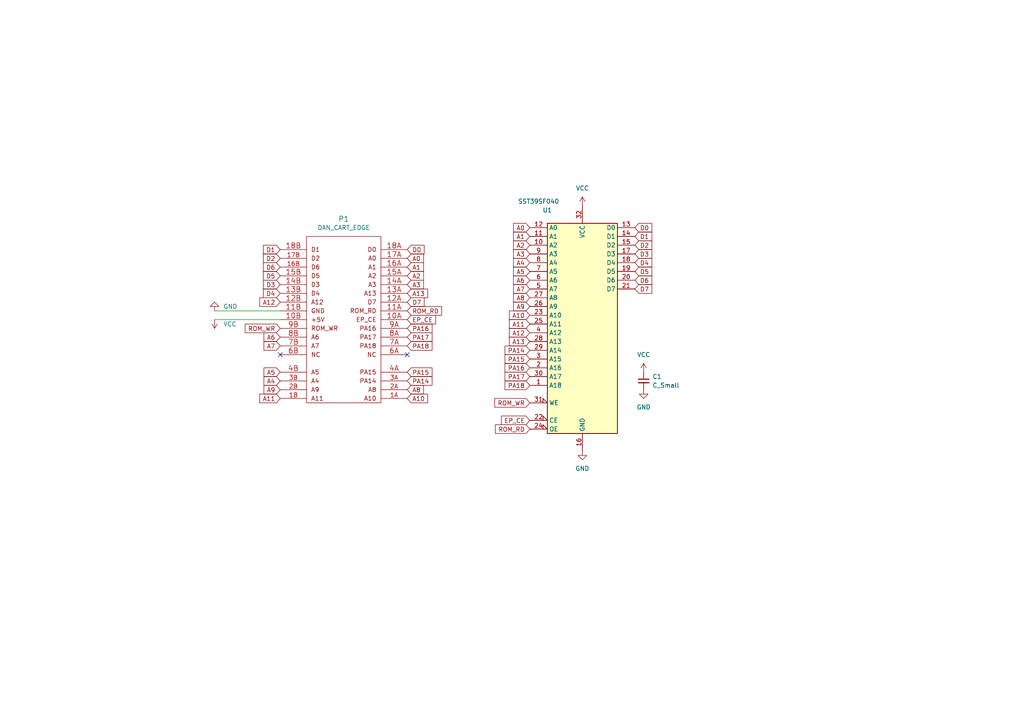
<source format=kicad_sch>
(kicad_sch (version 20211123) (generator eeschema)

  (uuid d7db02d8-6c3b-4da0-9d26-7c9203a670b3)

  (paper "A4")

  (title_block
    (title "DandaCart DIP")
    (date "2023-05-04")
    (rev "1.0")
    (company "Grzegorz Werner")
  )

  (lib_symbols
    (symbol "Common:DAN_CART_EDGE" (pin_names (offset 0.254) hide) (in_bom yes) (on_board yes)
      (property "Reference" "P" (id 0) (at -1.27 11.43 0)
        (effects (font (size 1.524 1.524)))
      )
      (property "Value" "DAN_CART_EDGE" (id 1) (at 7.62 -41.91 0)
        (effects (font (size 1.27 1.27)))
      )
      (property "Footprint" "" (id 2) (at -1.27 0 0)
        (effects (font (size 1.524 1.524)) hide)
      )
      (property "Datasheet" "" (id 3) (at -1.27 0 0)
        (effects (font (size 1.524 1.524)) hide)
      )
      (symbol "DAN_CART_EDGE_0_0"
        (text "+5V" (at -1.27 -15.24 0)
          (effects (font (size 1.27 1.27)) (justify left))
        )
        (text "A0" (at 17.78 2.54 0)
          (effects (font (size 1.27 1.27)) (justify right))
        )
        (text "A1" (at 17.78 0 0)
          (effects (font (size 1.27 1.27)) (justify right))
        )
        (text "A10" (at 17.78 -38.1 0)
          (effects (font (size 1.27 1.27)) (justify right))
        )
        (text "A11" (at -1.27 -38.1 0)
          (effects (font (size 1.27 1.27)) (justify left))
        )
        (text "A12" (at -1.27 -10.16 0)
          (effects (font (size 1.27 1.27)) (justify left))
        )
        (text "A13" (at 17.78 -7.62 0)
          (effects (font (size 1.27 1.27)) (justify right))
        )
        (text "A2" (at 17.78 -2.54 0)
          (effects (font (size 1.27 1.27)) (justify right))
        )
        (text "A3" (at 17.78 -5.08 0)
          (effects (font (size 1.27 1.27)) (justify right))
        )
        (text "A4" (at -1.27 -33.02 0)
          (effects (font (size 1.27 1.27)) (justify left))
        )
        (text "A5" (at -1.27 -30.48 0)
          (effects (font (size 1.27 1.27)) (justify left))
        )
        (text "A6" (at -1.27 -20.32 0)
          (effects (font (size 1.27 1.27)) (justify left))
        )
        (text "A7" (at -1.27 -22.86 0)
          (effects (font (size 1.27 1.27)) (justify left))
        )
        (text "A8" (at 17.78 -35.56 0)
          (effects (font (size 1.27 1.27)) (justify right))
        )
        (text "A9" (at -1.27 -35.56 0)
          (effects (font (size 1.27 1.27)) (justify left))
        )
        (text "D0" (at 17.78 5.08 0)
          (effects (font (size 1.27 1.27)) (justify right))
        )
        (text "D1" (at -1.27 5.08 0)
          (effects (font (size 1.27 1.27)) (justify left))
        )
        (text "D2" (at -1.27 2.54 0)
          (effects (font (size 1.27 1.27)) (justify left))
        )
        (text "D3" (at -1.27 -5.08 0)
          (effects (font (size 1.27 1.27)) (justify left))
        )
        (text "D4" (at -1.27 -7.62 0)
          (effects (font (size 1.27 1.27)) (justify left))
        )
        (text "D5" (at -1.27 -2.54 0)
          (effects (font (size 1.27 1.27)) (justify left))
        )
        (text "D6" (at -1.27 0 0)
          (effects (font (size 1.27 1.27)) (justify left))
        )
        (text "D7" (at 17.78 -10.16 0)
          (effects (font (size 1.27 1.27)) (justify right))
        )
        (text "EP_CE" (at 17.78 -15.24 0)
          (effects (font (size 1.27 1.27)) (justify right))
        )
        (text "GND" (at -1.27 -12.7 0)
          (effects (font (size 1.27 1.27)) (justify left))
        )
        (text "NC" (at -1.27 -25.4 0)
          (effects (font (size 1.27 1.27)) (justify left))
        )
        (text "NC" (at 17.78 -25.4 0)
          (effects (font (size 1.27 1.27)) (justify right))
        )
        (text "PA14" (at 17.78 -33.02 0)
          (effects (font (size 1.27 1.27)) (justify right))
        )
        (text "PA15" (at 17.78 -30.48 0)
          (effects (font (size 1.27 1.27)) (justify right))
        )
        (text "PA16" (at 17.78 -17.78 0)
          (effects (font (size 1.27 1.27)) (justify right))
        )
        (text "PA17" (at 17.78 -20.32 0)
          (effects (font (size 1.27 1.27)) (justify right))
        )
        (text "PA18" (at 17.78 -22.86 0)
          (effects (font (size 1.27 1.27)) (justify right))
        )
        (text "ROM_RD" (at 17.78 -12.7 0)
          (effects (font (size 1.27 1.27)) (justify right))
        )
        (text "ROM_WR" (at -1.27 -17.78 0)
          (effects (font (size 1.27 1.27)) (justify left))
        )
      )
      (symbol "DAN_CART_EDGE_0_1"
        (rectangle (start -2.54 8.89) (end 19.05 -39.37)
          (stroke (width 0) (type default) (color 0 0 0 0))
          (fill (type none))
        )
      )
      (symbol "DAN_CART_EDGE_1_1"
        (pin passive line (at 26.67 -15.24 180) (length 7.62)
          (name "OE#" (effects (font (size 0.762 0.762))))
          (number "10A" (effects (font (size 1.524 1.524))))
        )
        (pin passive line (at -10.16 -15.24 0) (length 7.62)
          (name "A3" (effects (font (size 0.762 0.762))))
          (number "10B" (effects (font (size 1.524 1.524))))
        )
        (pin passive line (at 26.67 -12.7 180) (length 7.62)
          (name "A11" (effects (font (size 0.762 0.762))))
          (number "11A" (effects (font (size 1.524 1.524))))
        )
        (pin passive line (at -10.16 -12.7 0) (length 7.62)
          (name "A4" (effects (font (size 0.762 0.762))))
          (number "11B" (effects (font (size 1.524 1.524))))
        )
        (pin passive line (at 26.67 -10.16 180) (length 7.62)
          (name "A9" (effects (font (size 0.762 0.762))))
          (number "12A" (effects (font (size 1.524 1.524))))
        )
        (pin passive line (at -10.16 -10.16 0) (length 7.62)
          (name "A5" (effects (font (size 0.762 0.762))))
          (number "12B" (effects (font (size 1.524 1.524))))
        )
        (pin passive line (at 26.67 -7.62 180) (length 7.62)
          (name "A8" (effects (font (size 0.762 0.762))))
          (number "13A" (effects (font (size 1.524 1.524))))
        )
        (pin passive line (at -10.16 -7.62 0) (length 7.62)
          (name "A6" (effects (font (size 0.762 0.762))))
          (number "13B" (effects (font (size 1.524 1.524))))
        )
        (pin passive line (at 26.67 -5.08 180) (length 7.62)
          (name "A13" (effects (font (size 0.762 0.762))))
          (number "14A" (effects (font (size 1.524 1.524))))
        )
        (pin passive line (at -10.16 -5.08 0) (length 7.62)
          (name "A7" (effects (font (size 0.762 0.762))))
          (number "14B" (effects (font (size 1.524 1.524))))
        )
        (pin passive line (at 26.67 -2.54 180) (length 7.62)
          (name "A14" (effects (font (size 0.762 0.762))))
          (number "15A" (effects (font (size 1.524 1.524))))
        )
        (pin passive line (at -10.16 -2.54 0) (length 7.62)
          (name "A12" (effects (font (size 0.762 0.762))))
          (number "15B" (effects (font (size 1.524 1.524))))
        )
        (pin passive line (at 26.67 0 180) (length 7.62)
          (name "A17" (effects (font (size 0.762 0.762))))
          (number "16A" (effects (font (size 1.524 1.524))))
        )
        (pin input line (at -10.16 0 0) (length 7.62)
          (name "A15" (effects (font (size 1.27 1.27))))
          (number "16B" (effects (font (size 1.27 1.27))))
        )
        (pin passive line (at 26.67 2.54 180) (length 7.62)
          (name "WE#" (effects (font (size 0.762 0.762))))
          (number "17A" (effects (font (size 1.524 1.524))))
        )
        (pin input line (at -10.16 2.54 0) (length 7.62)
          (name "A16" (effects (font (size 1.27 1.27))))
          (number "17B" (effects (font (size 1.27 1.27))))
        )
        (pin passive line (at 26.67 5.08 180) (length 7.62)
          (name "+5V" (effects (font (size 0.762 0.762))))
          (number "18A" (effects (font (size 1.524 1.524))))
        )
        (pin passive line (at -10.16 5.08 0) (length 7.62)
          (name "A18" (effects (font (size 0.762 0.762))))
          (number "18B" (effects (font (size 1.524 1.524))))
        )
        (pin input line (at 26.67 -38.1 180) (length 7.62)
          (name "DQ3" (effects (font (size 1.27 1.27))))
          (number "1A" (effects (font (size 1.27 1.27))))
        )
        (pin input line (at -10.16 -38.1 0) (length 7.62)
          (name "GND" (effects (font (size 1.27 1.27))))
          (number "1B" (effects (font (size 1.27 1.27))))
        )
        (pin input line (at 26.67 -35.56 180) (length 7.62)
          (name "DQ4" (effects (font (size 1.27 1.27))))
          (number "2A" (effects (font (size 1.27 1.27))))
        )
        (pin input line (at -10.16 -35.56 0) (length 7.62)
          (name "DQ2" (effects (font (size 1.27 1.27))))
          (number "2B" (effects (font (size 1.27 1.27))))
        )
        (pin input line (at 26.67 -33.02 180) (length 7.62)
          (name "DQ5" (effects (font (size 1.27 1.27))))
          (number "3A" (effects (font (size 1.27 1.27))))
        )
        (pin input line (at -10.16 -33.02 0) (length 7.62)
          (name "DQ1" (effects (font (size 1.27 1.27))))
          (number "3B" (effects (font (size 1.27 1.27))))
        )
        (pin passive line (at 26.67 -30.48 180) (length 7.62)
          (name "DQ6" (effects (font (size 0.762 0.762))))
          (number "4A" (effects (font (size 1.524 1.524))))
        )
        (pin passive line (at -10.16 -30.48 0) (length 7.62)
          (name "DQ0" (effects (font (size 0.762 0.762))))
          (number "4B" (effects (font (size 1.524 1.524))))
        )
        (pin passive line (at 26.67 -25.4 180) (length 7.62)
          (name "GND" (effects (font (size 0.762 0.762))))
          (number "6A" (effects (font (size 1.524 1.524))))
        )
        (pin passive line (at -10.16 -25.4 0) (length 7.62)
          (name "GND" (effects (font (size 0.762 0.762))))
          (number "6B" (effects (font (size 1.524 1.524))))
        )
        (pin passive line (at 26.67 -22.86 180) (length 7.62)
          (name "DQ7" (effects (font (size 0.762 0.762))))
          (number "7A" (effects (font (size 1.524 1.524))))
        )
        (pin passive line (at -10.16 -22.86 0) (length 7.62)
          (name "A0" (effects (font (size 0.762 0.762))))
          (number "7B" (effects (font (size 1.524 1.524))))
        )
        (pin passive line (at 26.67 -20.32 180) (length 7.62)
          (name "CE#" (effects (font (size 0.762 0.762))))
          (number "8A" (effects (font (size 1.524 1.524))))
        )
        (pin passive line (at -10.16 -20.32 0) (length 7.62)
          (name "A1" (effects (font (size 0.762 0.762))))
          (number "8B" (effects (font (size 1.524 1.524))))
        )
        (pin passive line (at 26.67 -17.78 180) (length 7.62)
          (name "A10" (effects (font (size 0.762 0.762))))
          (number "9A" (effects (font (size 1.524 1.524))))
        )
        (pin passive line (at -10.16 -17.78 0) (length 7.62)
          (name "A2" (effects (font (size 0.762 0.762))))
          (number "9B" (effects (font (size 1.524 1.524))))
        )
      )
    )
    (symbol "Device:C_Small" (pin_numbers hide) (pin_names (offset 0.254) hide) (in_bom yes) (on_board yes)
      (property "Reference" "C" (id 0) (at 0.254 1.778 0)
        (effects (font (size 1.27 1.27)) (justify left))
      )
      (property "Value" "C_Small" (id 1) (at 0.254 -2.032 0)
        (effects (font (size 1.27 1.27)) (justify left))
      )
      (property "Footprint" "" (id 2) (at 0 0 0)
        (effects (font (size 1.27 1.27)) hide)
      )
      (property "Datasheet" "~" (id 3) (at 0 0 0)
        (effects (font (size 1.27 1.27)) hide)
      )
      (property "ki_keywords" "capacitor cap" (id 4) (at 0 0 0)
        (effects (font (size 1.27 1.27)) hide)
      )
      (property "ki_description" "Unpolarized capacitor, small symbol" (id 5) (at 0 0 0)
        (effects (font (size 1.27 1.27)) hide)
      )
      (property "ki_fp_filters" "C_*" (id 6) (at 0 0 0)
        (effects (font (size 1.27 1.27)) hide)
      )
      (symbol "C_Small_0_1"
        (polyline
          (pts
            (xy -1.524 -0.508)
            (xy 1.524 -0.508)
          )
          (stroke (width 0.3302) (type default) (color 0 0 0 0))
          (fill (type none))
        )
        (polyline
          (pts
            (xy -1.524 0.508)
            (xy 1.524 0.508)
          )
          (stroke (width 0.3048) (type default) (color 0 0 0 0))
          (fill (type none))
        )
      )
      (symbol "C_Small_1_1"
        (pin passive line (at 0 2.54 270) (length 2.032)
          (name "~" (effects (font (size 1.27 1.27))))
          (number "1" (effects (font (size 1.27 1.27))))
        )
        (pin passive line (at 0 -2.54 90) (length 2.032)
          (name "~" (effects (font (size 1.27 1.27))))
          (number "2" (effects (font (size 1.27 1.27))))
        )
      )
    )
    (symbol "Memory_Flash:SST39SF040" (in_bom yes) (on_board yes)
      (property "Reference" "U1" (id 0) (at -5.08 38.1 0)
        (effects (font (size 1.27 1.27)))
      )
      (property "Value" "SST39SF040" (id 1) (at -5.08 40.64 0)
        (effects (font (size 1.27 1.27)))
      )
      (property "Footprint" "Package_DIP:DIP-32_W15.24mm_Socket_LongPads" (id 2) (at 0 7.62 0)
        (effects (font (size 1.27 1.27)) hide)
      )
      (property "Datasheet" "http://ww1.microchip.com/downloads/en/DeviceDoc/25022B.pdf" (id 3) (at 0 7.62 0)
        (effects (font (size 1.27 1.27)) hide)
      )
      (property "ki_keywords" "512k flash rom" (id 4) (at 0 0 0)
        (effects (font (size 1.27 1.27)) hide)
      )
      (property "ki_description" "Silicon Storage Technology (SSF) 512k x 8 Flash ROM" (id 5) (at 0 0 0)
        (effects (font (size 1.27 1.27)) hide)
      )
      (symbol "SST39SF040_0_1"
        (rectangle (start -10.16 31.75) (end 10.16 -29.21)
          (stroke (width 0.254) (type default) (color 0 0 0 0))
          (fill (type background))
        )
      )
      (symbol "SST39SF040_1_1"
        (pin input line (at -15.24 -15.24 0) (length 5.08)
          (name "A18" (effects (font (size 1.27 1.27))))
          (number "1" (effects (font (size 1.27 1.27))))
        )
        (pin input line (at -15.24 25.4 0) (length 5.08)
          (name "A2" (effects (font (size 1.27 1.27))))
          (number "10" (effects (font (size 1.27 1.27))))
        )
        (pin input line (at -15.24 27.94 0) (length 5.08)
          (name "A1" (effects (font (size 1.27 1.27))))
          (number "11" (effects (font (size 1.27 1.27))))
        )
        (pin input line (at -15.24 30.48 0) (length 5.08)
          (name "A0" (effects (font (size 1.27 1.27))))
          (number "12" (effects (font (size 1.27 1.27))))
        )
        (pin tri_state line (at 15.24 30.48 180) (length 5.08)
          (name "D0" (effects (font (size 1.27 1.27))))
          (number "13" (effects (font (size 1.27 1.27))))
        )
        (pin tri_state line (at 15.24 27.94 180) (length 5.08)
          (name "D1" (effects (font (size 1.27 1.27))))
          (number "14" (effects (font (size 1.27 1.27))))
        )
        (pin tri_state line (at 15.24 25.4 180) (length 5.08)
          (name "D2" (effects (font (size 1.27 1.27))))
          (number "15" (effects (font (size 1.27 1.27))))
        )
        (pin tri_state line (at 0 -34.29 90) (length 5.08)
          (name "GND" (effects (font (size 1.27 1.27))))
          (number "16" (effects (font (size 1.27 1.27))))
        )
        (pin tri_state line (at 15.24 22.86 180) (length 5.08)
          (name "D3" (effects (font (size 1.27 1.27))))
          (number "17" (effects (font (size 1.27 1.27))))
        )
        (pin tri_state line (at 15.24 20.32 180) (length 5.08)
          (name "D4" (effects (font (size 1.27 1.27))))
          (number "18" (effects (font (size 1.27 1.27))))
        )
        (pin tri_state line (at 15.24 17.78 180) (length 5.08)
          (name "D5" (effects (font (size 1.27 1.27))))
          (number "19" (effects (font (size 1.27 1.27))))
        )
        (pin input line (at -15.24 -10.16 0) (length 5.08)
          (name "A16" (effects (font (size 1.27 1.27))))
          (number "2" (effects (font (size 1.27 1.27))))
        )
        (pin tri_state line (at 15.24 15.24 180) (length 5.08)
          (name "D6" (effects (font (size 1.27 1.27))))
          (number "20" (effects (font (size 1.27 1.27))))
        )
        (pin tri_state line (at 15.24 12.7 180) (length 5.08)
          (name "D7" (effects (font (size 1.27 1.27))))
          (number "21" (effects (font (size 1.27 1.27))))
        )
        (pin input input_low (at -15.24 -25.4 0) (length 5.08)
          (name "CE" (effects (font (size 1.27 1.27))))
          (number "22" (effects (font (size 1.27 1.27))))
        )
        (pin input line (at -15.24 5.08 0) (length 5.08)
          (name "A10" (effects (font (size 1.27 1.27))))
          (number "23" (effects (font (size 1.27 1.27))))
        )
        (pin input input_low (at -15.24 -27.94 0) (length 5.08)
          (name "OE" (effects (font (size 1.27 1.27))))
          (number "24" (effects (font (size 1.27 1.27))))
        )
        (pin input line (at -15.24 2.54 0) (length 5.08)
          (name "A11" (effects (font (size 1.27 1.27))))
          (number "25" (effects (font (size 1.27 1.27))))
        )
        (pin input line (at -15.24 7.62 0) (length 5.08)
          (name "A9" (effects (font (size 1.27 1.27))))
          (number "26" (effects (font (size 1.27 1.27))))
        )
        (pin input line (at -15.24 10.16 0) (length 5.08)
          (name "A8" (effects (font (size 1.27 1.27))))
          (number "27" (effects (font (size 1.27 1.27))))
        )
        (pin input line (at -15.24 -2.54 0) (length 5.08)
          (name "A13" (effects (font (size 1.27 1.27))))
          (number "28" (effects (font (size 1.27 1.27))))
        )
        (pin input line (at -15.24 -5.08 0) (length 5.08)
          (name "A14" (effects (font (size 1.27 1.27))))
          (number "29" (effects (font (size 1.27 1.27))))
        )
        (pin input line (at -15.24 -7.62 0) (length 5.08)
          (name "A15" (effects (font (size 1.27 1.27))))
          (number "3" (effects (font (size 1.27 1.27))))
        )
        (pin input line (at -15.24 -12.7 0) (length 5.08)
          (name "A17" (effects (font (size 1.27 1.27))))
          (number "30" (effects (font (size 1.27 1.27))))
        )
        (pin input input_low (at -15.24 -20.32 0) (length 5.08)
          (name "WE" (effects (font (size 1.27 1.27))))
          (number "31" (effects (font (size 1.27 1.27))))
        )
        (pin tri_state line (at 0 36.83 270) (length 5.08)
          (name "VCC" (effects (font (size 1.27 1.27))))
          (number "32" (effects (font (size 1.27 1.27))))
        )
        (pin input line (at -15.24 0 0) (length 5.08)
          (name "A12" (effects (font (size 1.27 1.27))))
          (number "4" (effects (font (size 1.27 1.27))))
        )
        (pin input line (at -15.24 12.7 0) (length 5.08)
          (name "A7" (effects (font (size 1.27 1.27))))
          (number "5" (effects (font (size 1.27 1.27))))
        )
        (pin input line (at -15.24 15.24 0) (length 5.08)
          (name "A6" (effects (font (size 1.27 1.27))))
          (number "6" (effects (font (size 1.27 1.27))))
        )
        (pin input line (at -15.24 17.78 0) (length 5.08)
          (name "A5" (effects (font (size 1.27 1.27))))
          (number "7" (effects (font (size 1.27 1.27))))
        )
        (pin input line (at -15.24 20.32 0) (length 5.08)
          (name "A4" (effects (font (size 1.27 1.27))))
          (number "8" (effects (font (size 1.27 1.27))))
        )
        (pin input line (at -15.24 22.86 0) (length 5.08)
          (name "A3" (effects (font (size 1.27 1.27))))
          (number "9" (effects (font (size 1.27 1.27))))
        )
      )
    )
    (symbol "power:GND" (power) (pin_names (offset 0)) (in_bom yes) (on_board yes)
      (property "Reference" "#PWR" (id 0) (at 0 -6.35 0)
        (effects (font (size 1.27 1.27)) hide)
      )
      (property "Value" "GND" (id 1) (at 0 -3.81 0)
        (effects (font (size 1.27 1.27)))
      )
      (property "Footprint" "" (id 2) (at 0 0 0)
        (effects (font (size 1.27 1.27)) hide)
      )
      (property "Datasheet" "" (id 3) (at 0 0 0)
        (effects (font (size 1.27 1.27)) hide)
      )
      (property "ki_keywords" "global power" (id 4) (at 0 0 0)
        (effects (font (size 1.27 1.27)) hide)
      )
      (property "ki_description" "Power symbol creates a global label with name \"GND\" , ground" (id 5) (at 0 0 0)
        (effects (font (size 1.27 1.27)) hide)
      )
      (symbol "GND_0_1"
        (polyline
          (pts
            (xy 0 0)
            (xy 0 -1.27)
            (xy 1.27 -1.27)
            (xy 0 -2.54)
            (xy -1.27 -1.27)
            (xy 0 -1.27)
          )
          (stroke (width 0) (type default) (color 0 0 0 0))
          (fill (type none))
        )
      )
      (symbol "GND_1_1"
        (pin power_in line (at 0 0 270) (length 0) hide
          (name "GND" (effects (font (size 1.27 1.27))))
          (number "1" (effects (font (size 1.27 1.27))))
        )
      )
    )
    (symbol "power:VCC" (power) (pin_names (offset 0)) (in_bom yes) (on_board yes)
      (property "Reference" "#PWR" (id 0) (at 0 -3.81 0)
        (effects (font (size 1.27 1.27)) hide)
      )
      (property "Value" "VCC" (id 1) (at 0 3.81 0)
        (effects (font (size 1.27 1.27)))
      )
      (property "Footprint" "" (id 2) (at 0 0 0)
        (effects (font (size 1.27 1.27)) hide)
      )
      (property "Datasheet" "" (id 3) (at 0 0 0)
        (effects (font (size 1.27 1.27)) hide)
      )
      (property "ki_keywords" "global power" (id 4) (at 0 0 0)
        (effects (font (size 1.27 1.27)) hide)
      )
      (property "ki_description" "Power symbol creates a global label with name \"VCC\"" (id 5) (at 0 0 0)
        (effects (font (size 1.27 1.27)) hide)
      )
      (symbol "VCC_0_1"
        (polyline
          (pts
            (xy -0.762 1.27)
            (xy 0 2.54)
          )
          (stroke (width 0) (type default) (color 0 0 0 0))
          (fill (type none))
        )
        (polyline
          (pts
            (xy 0 0)
            (xy 0 2.54)
          )
          (stroke (width 0) (type default) (color 0 0 0 0))
          (fill (type none))
        )
        (polyline
          (pts
            (xy 0 2.54)
            (xy 0.762 1.27)
          )
          (stroke (width 0) (type default) (color 0 0 0 0))
          (fill (type none))
        )
      )
      (symbol "VCC_1_1"
        (pin power_in line (at 0 0 90) (length 0) hide
          (name "VCC" (effects (font (size 1.27 1.27))))
          (number "1" (effects (font (size 1.27 1.27))))
        )
      )
    )
  )


  (no_connect (at 118.11 102.87) (uuid 24ff5a10-f11a-4a2b-98d8-a31249091c75))
  (no_connect (at 81.28 102.87) (uuid 27edd8fd-8f92-4e26-bcd5-25a14b1b0677))

  (wire (pts (xy 62.23 90.17) (xy 81.28 90.17))
    (stroke (width 0) (type default) (color 0 0 0 0))
    (uuid a63b185f-c5cf-46df-a887-48e640027c44)
  )
  (wire (pts (xy 62.23 92.71) (xy 81.28 92.71))
    (stroke (width 0) (type default) (color 0 0 0 0))
    (uuid e182b279-96fc-4b4b-ae99-d1c87c9e4202)
  )

  (global_label "A12" (shape input) (at 81.28 87.63 180) (fields_autoplaced)
    (effects (font (size 1.27 1.27)) (justify right))
    (uuid 01355501-7345-4daa-a269-057823bb93fb)
    (property "Intersheet References" "${INTERSHEET_REFS}" (id 0) (at 76.5688 87.7094 0)
      (effects (font (size 1.27 1.27)) (justify right) hide)
    )
  )
  (global_label "A11" (shape input) (at 153.67 93.98 180) (fields_autoplaced)
    (effects (font (size 1.27 1.27)) (justify right))
    (uuid 0224a8fe-7e6a-4a81-8bd8-fc48b83113c9)
    (property "Intersheet References" "${INTERSHEET_REFS}" (id 0) (at 148.9588 93.9006 0)
      (effects (font (size 1.27 1.27)) (justify right) hide)
    )
  )
  (global_label "A12" (shape input) (at 153.67 96.52 180) (fields_autoplaced)
    (effects (font (size 1.27 1.27)) (justify right))
    (uuid 080473c8-d505-4c57-80b2-9b19cfb51085)
    (property "Intersheet References" "${INTERSHEET_REFS}" (id 0) (at 148.9588 96.4406 0)
      (effects (font (size 1.27 1.27)) (justify right) hide)
    )
  )
  (global_label "A7" (shape input) (at 81.28 100.33 180) (fields_autoplaced)
    (effects (font (size 1.27 1.27)) (justify right))
    (uuid 0f784f99-13fc-49e9-a093-0edc071079ba)
    (property "Intersheet References" "${INTERSHEET_REFS}" (id 0) (at 76.5688 100.4094 0)
      (effects (font (size 1.27 1.27)) (justify right) hide)
    )
  )
  (global_label "A9" (shape input) (at 153.67 88.9 180) (fields_autoplaced)
    (effects (font (size 1.27 1.27)) (justify right))
    (uuid 10f6e3b7-09e7-4da7-97e8-d4d9f67f1ca7)
    (property "Intersheet References" "${INTERSHEET_REFS}" (id 0) (at 148.9588 88.8206 0)
      (effects (font (size 1.27 1.27)) (justify right) hide)
    )
  )
  (global_label "PA16" (shape input) (at 153.67 106.68 180) (fields_autoplaced)
    (effects (font (size 1.27 1.27)) (justify right))
    (uuid 150febbb-9281-496c-8865-cecf2ea546b4)
    (property "Intersheet References" "${INTERSHEET_REFS}" (id 0) (at 146.4793 106.6006 0)
      (effects (font (size 1.27 1.27)) (justify right) hide)
    )
  )
  (global_label "D6" (shape input) (at 184.15 81.28 0) (fields_autoplaced)
    (effects (font (size 1.27 1.27)) (justify left))
    (uuid 2bdfe33a-a558-4b1a-aa92-f6e7ce9ee2e8)
    (property "Intersheet References" "${INTERSHEET_REFS}" (id 0) (at 189.0426 81.2006 0)
      (effects (font (size 1.27 1.27)) (justify left) hide)
    )
  )
  (global_label "D4" (shape input) (at 184.15 76.2 0) (fields_autoplaced)
    (effects (font (size 1.27 1.27)) (justify left))
    (uuid 2e181115-6e39-42ff-a948-03901a7521dd)
    (property "Intersheet References" "${INTERSHEET_REFS}" (id 0) (at 189.0426 76.1206 0)
      (effects (font (size 1.27 1.27)) (justify left) hide)
    )
  )
  (global_label "PA15" (shape input) (at 118.11 107.95 0) (fields_autoplaced)
    (effects (font (size 1.27 1.27)) (justify left))
    (uuid 2e5ec7df-5501-47f6-a9b0-21fc05147908)
    (property "Intersheet References" "${INTERSHEET_REFS}" (id 0) (at 125.3007 107.8706 0)
      (effects (font (size 1.27 1.27)) (justify left) hide)
    )
  )
  (global_label "A13" (shape input) (at 153.67 99.06 180) (fields_autoplaced)
    (effects (font (size 1.27 1.27)) (justify right))
    (uuid 34b7b649-e234-4499-89c8-762989813e1a)
    (property "Intersheet References" "${INTERSHEET_REFS}" (id 0) (at 148.9588 98.9806 0)
      (effects (font (size 1.27 1.27)) (justify right) hide)
    )
  )
  (global_label "D1" (shape input) (at 81.28 72.39 180) (fields_autoplaced)
    (effects (font (size 1.27 1.27)) (justify right))
    (uuid 42620447-8648-4d30-ab35-007f78a9499b)
    (property "Intersheet References" "${INTERSHEET_REFS}" (id 0) (at 76.3874 72.4694 0)
      (effects (font (size 1.27 1.27)) (justify right) hide)
    )
  )
  (global_label "A10" (shape input) (at 153.67 91.44 180) (fields_autoplaced)
    (effects (font (size 1.27 1.27)) (justify right))
    (uuid 44a5264e-ae6b-4449-a701-46bd134e9f74)
    (property "Intersheet References" "${INTERSHEET_REFS}" (id 0) (at 148.9588 91.3606 0)
      (effects (font (size 1.27 1.27)) (justify right) hide)
    )
  )
  (global_label "ROM_RD" (shape input) (at 153.67 124.46 180) (fields_autoplaced)
    (effects (font (size 1.27 1.27)) (justify right))
    (uuid 4793d8fe-a1d0-40d2-a0ed-d17f253e9f70)
    (property "Intersheet References" "${INTERSHEET_REFS}" (id 0) (at 143.6974 124.5394 0)
      (effects (font (size 1.27 1.27)) (justify right) hide)
    )
  )
  (global_label "D3" (shape input) (at 81.28 82.55 180) (fields_autoplaced)
    (effects (font (size 1.27 1.27)) (justify right))
    (uuid 4beccea3-581b-4061-9b08-7d50eca7ff23)
    (property "Intersheet References" "${INTERSHEET_REFS}" (id 0) (at 76.3874 82.6294 0)
      (effects (font (size 1.27 1.27)) (justify right) hide)
    )
  )
  (global_label "D2" (shape input) (at 184.15 71.12 0) (fields_autoplaced)
    (effects (font (size 1.27 1.27)) (justify left))
    (uuid 4f2faaa6-01bf-48e2-ad9d-8740c27b95c0)
    (property "Intersheet References" "${INTERSHEET_REFS}" (id 0) (at 189.0426 71.0406 0)
      (effects (font (size 1.27 1.27)) (justify left) hide)
    )
  )
  (global_label "PA16" (shape input) (at 118.11 95.25 0) (fields_autoplaced)
    (effects (font (size 1.27 1.27)) (justify left))
    (uuid 521859bb-b483-49f2-b424-83923cb63e4c)
    (property "Intersheet References" "${INTERSHEET_REFS}" (id 0) (at 125.3007 95.1706 0)
      (effects (font (size 1.27 1.27)) (justify left) hide)
    )
  )
  (global_label "D0" (shape input) (at 118.11 72.39 0) (fields_autoplaced)
    (effects (font (size 1.27 1.27)) (justify left))
    (uuid 52dea653-6c92-447d-acf0-4bdf17948ba8)
    (property "Intersheet References" "${INTERSHEET_REFS}" (id 0) (at 123.0026 72.3106 0)
      (effects (font (size 1.27 1.27)) (justify left) hide)
    )
  )
  (global_label "ROM_WR" (shape input) (at 153.67 116.84 180) (fields_autoplaced)
    (effects (font (size 1.27 1.27)) (justify right))
    (uuid 56114583-9263-4929-ae78-0f3d74f706c3)
    (property "Intersheet References" "${INTERSHEET_REFS}" (id 0) (at 143.5159 116.7606 0)
      (effects (font (size 1.27 1.27)) (justify right) hide)
    )
  )
  (global_label "A5" (shape input) (at 81.28 107.95 180) (fields_autoplaced)
    (effects (font (size 1.27 1.27)) (justify right))
    (uuid 58458fff-b587-4591-92e5-0bd5486e5c3b)
    (property "Intersheet References" "${INTERSHEET_REFS}" (id 0) (at 76.5688 108.0294 0)
      (effects (font (size 1.27 1.27)) (justify right) hide)
    )
  )
  (global_label "ROM_RD" (shape input) (at 118.11 90.17 0) (fields_autoplaced)
    (effects (font (size 1.27 1.27)) (justify left))
    (uuid 58ecaf7e-d713-4f55-99ee-f8832a00f436)
    (property "Intersheet References" "${INTERSHEET_REFS}" (id 0) (at 128.0826 90.0906 0)
      (effects (font (size 1.27 1.27)) (justify left) hide)
    )
  )
  (global_label "D5" (shape input) (at 184.15 78.74 0) (fields_autoplaced)
    (effects (font (size 1.27 1.27)) (justify left))
    (uuid 59c799bb-25ea-4b43-b6d2-255057e830ef)
    (property "Intersheet References" "${INTERSHEET_REFS}" (id 0) (at 189.0426 78.6606 0)
      (effects (font (size 1.27 1.27)) (justify left) hide)
    )
  )
  (global_label "PA17" (shape input) (at 118.11 97.79 0) (fields_autoplaced)
    (effects (font (size 1.27 1.27)) (justify left))
    (uuid 5fdee089-e133-4345-9427-eac224ac7767)
    (property "Intersheet References" "${INTERSHEET_REFS}" (id 0) (at 125.3007 97.7106 0)
      (effects (font (size 1.27 1.27)) (justify left) hide)
    )
  )
  (global_label "A11" (shape input) (at 81.28 115.57 180) (fields_autoplaced)
    (effects (font (size 1.27 1.27)) (justify right))
    (uuid 60ad4610-a443-4ade-bed9-05c93448b552)
    (property "Intersheet References" "${INTERSHEET_REFS}" (id 0) (at 76.5688 115.6494 0)
      (effects (font (size 1.27 1.27)) (justify right) hide)
    )
  )
  (global_label "A10" (shape input) (at 118.11 115.57 0) (fields_autoplaced)
    (effects (font (size 1.27 1.27)) (justify left))
    (uuid 650b5742-f39c-470e-8ce6-8b65c9e45167)
    (property "Intersheet References" "${INTERSHEET_REFS}" (id 0) (at 122.8212 115.4906 0)
      (effects (font (size 1.27 1.27)) (justify left) hide)
    )
  )
  (global_label "D7" (shape input) (at 184.15 83.82 0) (fields_autoplaced)
    (effects (font (size 1.27 1.27)) (justify left))
    (uuid 6bc39348-f163-4953-bc0c-d18ca11e3183)
    (property "Intersheet References" "${INTERSHEET_REFS}" (id 0) (at 189.0426 83.7406 0)
      (effects (font (size 1.27 1.27)) (justify left) hide)
    )
  )
  (global_label "A3" (shape input) (at 118.11 82.55 0) (fields_autoplaced)
    (effects (font (size 1.27 1.27)) (justify left))
    (uuid 6c5a5793-954b-4282-b257-006925fc8e10)
    (property "Intersheet References" "${INTERSHEET_REFS}" (id 0) (at 122.8212 82.4706 0)
      (effects (font (size 1.27 1.27)) (justify left) hide)
    )
  )
  (global_label "A2" (shape input) (at 118.11 80.01 0) (fields_autoplaced)
    (effects (font (size 1.27 1.27)) (justify left))
    (uuid 7bdeec24-4fd0-4e93-8005-8397da82d71a)
    (property "Intersheet References" "${INTERSHEET_REFS}" (id 0) (at 122.8212 79.9306 0)
      (effects (font (size 1.27 1.27)) (justify left) hide)
    )
  )
  (global_label "PA17" (shape input) (at 153.67 109.22 180) (fields_autoplaced)
    (effects (font (size 1.27 1.27)) (justify right))
    (uuid 7e7c09c0-9575-4bb3-ada3-d0292b9902f4)
    (property "Intersheet References" "${INTERSHEET_REFS}" (id 0) (at 146.4793 109.1406 0)
      (effects (font (size 1.27 1.27)) (justify right) hide)
    )
  )
  (global_label "A2" (shape input) (at 153.67 71.12 180) (fields_autoplaced)
    (effects (font (size 1.27 1.27)) (justify right))
    (uuid 7ebebe71-e094-4fe5-a594-9b8159dffd3c)
    (property "Intersheet References" "${INTERSHEET_REFS}" (id 0) (at 148.9588 71.0406 0)
      (effects (font (size 1.27 1.27)) (justify right) hide)
    )
  )
  (global_label "A1" (shape input) (at 153.67 68.58 180) (fields_autoplaced)
    (effects (font (size 1.27 1.27)) (justify right))
    (uuid 8006e1de-ae9b-4fe9-b632-a0ca418cf6c5)
    (property "Intersheet References" "${INTERSHEET_REFS}" (id 0) (at 148.9588 68.5006 0)
      (effects (font (size 1.27 1.27)) (justify right) hide)
    )
  )
  (global_label "PA18" (shape input) (at 118.11 100.33 0) (fields_autoplaced)
    (effects (font (size 1.27 1.27)) (justify left))
    (uuid 862cc7b5-6ca2-493e-bcf2-0ecc73065bd0)
    (property "Intersheet References" "${INTERSHEET_REFS}" (id 0) (at 125.3007 100.2506 0)
      (effects (font (size 1.27 1.27)) (justify left) hide)
    )
  )
  (global_label "A9" (shape input) (at 81.28 113.03 180) (fields_autoplaced)
    (effects (font (size 1.27 1.27)) (justify right))
    (uuid 8a86f177-7848-47c6-8ced-c838dae1a597)
    (property "Intersheet References" "${INTERSHEET_REFS}" (id 0) (at 76.5688 113.1094 0)
      (effects (font (size 1.27 1.27)) (justify right) hide)
    )
  )
  (global_label "A5" (shape input) (at 153.67 78.74 180) (fields_autoplaced)
    (effects (font (size 1.27 1.27)) (justify right))
    (uuid 8bf06e1e-3195-4479-9604-76c442477d17)
    (property "Intersheet References" "${INTERSHEET_REFS}" (id 0) (at 148.9588 78.6606 0)
      (effects (font (size 1.27 1.27)) (justify right) hide)
    )
  )
  (global_label "EP_CE" (shape input) (at 153.67 121.92 180) (fields_autoplaced)
    (effects (font (size 1.27 1.27)) (justify right))
    (uuid 8e09842f-3d0f-46d9-82bf-f391e5275e77)
    (property "Intersheet References" "${INTERSHEET_REFS}" (id 0) (at 145.4512 121.9994 0)
      (effects (font (size 1.27 1.27)) (justify right) hide)
    )
  )
  (global_label "D3" (shape input) (at 184.15 73.66 0) (fields_autoplaced)
    (effects (font (size 1.27 1.27)) (justify left))
    (uuid 93ed700e-f6ed-4172-9a5c-ebcd1c6c8e8e)
    (property "Intersheet References" "${INTERSHEET_REFS}" (id 0) (at 189.0426 73.5806 0)
      (effects (font (size 1.27 1.27)) (justify left) hide)
    )
  )
  (global_label "A13" (shape input) (at 118.11 85.09 0) (fields_autoplaced)
    (effects (font (size 1.27 1.27)) (justify left))
    (uuid a66635aa-f2be-4d3b-8806-dafa401180a0)
    (property "Intersheet References" "${INTERSHEET_REFS}" (id 0) (at 122.8212 85.0106 0)
      (effects (font (size 1.27 1.27)) (justify left) hide)
    )
  )
  (global_label "D6" (shape input) (at 81.28 77.47 180) (fields_autoplaced)
    (effects (font (size 1.27 1.27)) (justify right))
    (uuid a84c11da-a5c9-4184-9fe7-876222e92782)
    (property "Intersheet References" "${INTERSHEET_REFS}" (id 0) (at 76.3874 77.5494 0)
      (effects (font (size 1.27 1.27)) (justify right) hide)
    )
  )
  (global_label "A6" (shape input) (at 81.28 97.79 180) (fields_autoplaced)
    (effects (font (size 1.27 1.27)) (justify right))
    (uuid abea66f8-22a0-4a2e-a5f5-9f867e42cca6)
    (property "Intersheet References" "${INTERSHEET_REFS}" (id 0) (at 76.5688 97.8694 0)
      (effects (font (size 1.27 1.27)) (justify right) hide)
    )
  )
  (global_label "ROM_WR" (shape input) (at 81.28 95.25 180) (fields_autoplaced)
    (effects (font (size 1.27 1.27)) (justify right))
    (uuid b1170791-1181-4daa-abf9-7e782b8d4588)
    (property "Intersheet References" "${INTERSHEET_REFS}" (id 0) (at 71.1259 95.1706 0)
      (effects (font (size 1.27 1.27)) (justify right) hide)
    )
  )
  (global_label "A8" (shape input) (at 118.11 113.03 0) (fields_autoplaced)
    (effects (font (size 1.27 1.27)) (justify left))
    (uuid b1fb4b76-26b0-4eb7-8040-27c35ce67a8b)
    (property "Intersheet References" "${INTERSHEET_REFS}" (id 0) (at 122.8212 112.9506 0)
      (effects (font (size 1.27 1.27)) (justify left) hide)
    )
  )
  (global_label "D2" (shape input) (at 81.28 74.93 180) (fields_autoplaced)
    (effects (font (size 1.27 1.27)) (justify right))
    (uuid b8c618ca-6faa-4bb8-a3d1-e607394de659)
    (property "Intersheet References" "${INTERSHEET_REFS}" (id 0) (at 76.3874 75.0094 0)
      (effects (font (size 1.27 1.27)) (justify right) hide)
    )
  )
  (global_label "D4" (shape input) (at 81.28 85.09 180) (fields_autoplaced)
    (effects (font (size 1.27 1.27)) (justify right))
    (uuid bb1eb095-ad80-45b5-9c5e-3fc0d6d9a9a5)
    (property "Intersheet References" "${INTERSHEET_REFS}" (id 0) (at 76.3874 85.1694 0)
      (effects (font (size 1.27 1.27)) (justify right) hide)
    )
  )
  (global_label "PA15" (shape input) (at 153.67 104.14 180) (fields_autoplaced)
    (effects (font (size 1.27 1.27)) (justify right))
    (uuid bb3ce575-1178-41ce-9caa-374603c74d40)
    (property "Intersheet References" "${INTERSHEET_REFS}" (id 0) (at 146.4793 104.0606 0)
      (effects (font (size 1.27 1.27)) (justify right) hide)
    )
  )
  (global_label "A0" (shape input) (at 118.11 74.93 0) (fields_autoplaced)
    (effects (font (size 1.27 1.27)) (justify left))
    (uuid c071c21d-deb8-4a8d-a8f5-4c25724d1eb2)
    (property "Intersheet References" "${INTERSHEET_REFS}" (id 0) (at 122.8212 74.8506 0)
      (effects (font (size 1.27 1.27)) (justify left) hide)
    )
  )
  (global_label "A4" (shape input) (at 81.28 110.49 180) (fields_autoplaced)
    (effects (font (size 1.27 1.27)) (justify right))
    (uuid c8ca8ee5-5904-4a86-8e59-1cf04acc167e)
    (property "Intersheet References" "${INTERSHEET_REFS}" (id 0) (at 76.5688 110.5694 0)
      (effects (font (size 1.27 1.27)) (justify right) hide)
    )
  )
  (global_label "A4" (shape input) (at 153.67 76.2 180) (fields_autoplaced)
    (effects (font (size 1.27 1.27)) (justify right))
    (uuid ce01e627-f1fa-4f91-adf9-30d2898679c7)
    (property "Intersheet References" "${INTERSHEET_REFS}" (id 0) (at 148.9588 76.1206 0)
      (effects (font (size 1.27 1.27)) (justify right) hide)
    )
  )
  (global_label "PA14" (shape input) (at 118.11 110.49 0) (fields_autoplaced)
    (effects (font (size 1.27 1.27)) (justify left))
    (uuid d2ae0cbc-a15f-4326-9d6b-ecc5986cbb3f)
    (property "Intersheet References" "${INTERSHEET_REFS}" (id 0) (at 125.3007 110.4106 0)
      (effects (font (size 1.27 1.27)) (justify left) hide)
    )
  )
  (global_label "A6" (shape input) (at 153.67 81.28 180) (fields_autoplaced)
    (effects (font (size 1.27 1.27)) (justify right))
    (uuid d4a5815e-cef3-4e76-aa57-90cc89282258)
    (property "Intersheet References" "${INTERSHEET_REFS}" (id 0) (at 148.9588 81.2006 0)
      (effects (font (size 1.27 1.27)) (justify right) hide)
    )
  )
  (global_label "D7" (shape input) (at 118.11 87.63 0) (fields_autoplaced)
    (effects (font (size 1.27 1.27)) (justify left))
    (uuid d85a41d2-1e8c-48e4-b7d6-1b411f29f97c)
    (property "Intersheet References" "${INTERSHEET_REFS}" (id 0) (at 123.0026 87.5506 0)
      (effects (font (size 1.27 1.27)) (justify left) hide)
    )
  )
  (global_label "A3" (shape input) (at 153.67 73.66 180) (fields_autoplaced)
    (effects (font (size 1.27 1.27)) (justify right))
    (uuid dac35756-5873-433f-9207-6dc0cc0ed123)
    (property "Intersheet References" "${INTERSHEET_REFS}" (id 0) (at 148.9588 73.5806 0)
      (effects (font (size 1.27 1.27)) (justify right) hide)
    )
  )
  (global_label "A7" (shape input) (at 153.67 83.82 180) (fields_autoplaced)
    (effects (font (size 1.27 1.27)) (justify right))
    (uuid dbf9a6f3-0fff-458b-b6e7-c5e064ed3ecc)
    (property "Intersheet References" "${INTERSHEET_REFS}" (id 0) (at 148.9588 83.7406 0)
      (effects (font (size 1.27 1.27)) (justify right) hide)
    )
  )
  (global_label "D1" (shape input) (at 184.15 68.58 0) (fields_autoplaced)
    (effects (font (size 1.27 1.27)) (justify left))
    (uuid dc98e64f-e9e3-4b17-9570-af9d4ca23f86)
    (property "Intersheet References" "${INTERSHEET_REFS}" (id 0) (at 189.0426 68.5006 0)
      (effects (font (size 1.27 1.27)) (justify left) hide)
    )
  )
  (global_label "A0" (shape input) (at 153.67 66.04 180) (fields_autoplaced)
    (effects (font (size 1.27 1.27)) (justify right))
    (uuid df4c3991-8ce1-4855-bd1e-e9ab2b7c4a88)
    (property "Intersheet References" "${INTERSHEET_REFS}" (id 0) (at 148.9588 65.9606 0)
      (effects (font (size 1.27 1.27)) (justify right) hide)
    )
  )
  (global_label "A1" (shape input) (at 118.11 77.47 0) (fields_autoplaced)
    (effects (font (size 1.27 1.27)) (justify left))
    (uuid e84e5a92-b07e-49bc-8070-cc27326f48bc)
    (property "Intersheet References" "${INTERSHEET_REFS}" (id 0) (at 122.8212 77.3906 0)
      (effects (font (size 1.27 1.27)) (justify left) hide)
    )
  )
  (global_label "EP_CE" (shape input) (at 118.11 92.71 0) (fields_autoplaced)
    (effects (font (size 1.27 1.27)) (justify left))
    (uuid eabbde91-fc45-4254-9982-43d816a88351)
    (property "Intersheet References" "${INTERSHEET_REFS}" (id 0) (at 126.3288 92.6306 0)
      (effects (font (size 1.27 1.27)) (justify left) hide)
    )
  )
  (global_label "D0" (shape input) (at 184.15 66.04 0) (fields_autoplaced)
    (effects (font (size 1.27 1.27)) (justify left))
    (uuid f60ba080-dc22-4ab3-b4d5-9f25d8095a95)
    (property "Intersheet References" "${INTERSHEET_REFS}" (id 0) (at 189.0426 65.9606 0)
      (effects (font (size 1.27 1.27)) (justify left) hide)
    )
  )
  (global_label "D5" (shape input) (at 81.28 80.01 180) (fields_autoplaced)
    (effects (font (size 1.27 1.27)) (justify right))
    (uuid f9efb56e-8189-49e9-90c9-802a47bb92c7)
    (property "Intersheet References" "${INTERSHEET_REFS}" (id 0) (at 76.3874 80.0894 0)
      (effects (font (size 1.27 1.27)) (justify right) hide)
    )
  )
  (global_label "PA14" (shape input) (at 153.67 101.6 180) (fields_autoplaced)
    (effects (font (size 1.27 1.27)) (justify right))
    (uuid fb78560b-0d4f-407b-a936-70d614188f97)
    (property "Intersheet References" "${INTERSHEET_REFS}" (id 0) (at 146.4793 101.5206 0)
      (effects (font (size 1.27 1.27)) (justify right) hide)
    )
  )
  (global_label "PA18" (shape input) (at 153.67 111.76 180) (fields_autoplaced)
    (effects (font (size 1.27 1.27)) (justify right))
    (uuid fd2435e8-a443-45e7-8e7a-41a48866253c)
    (property "Intersheet References" "${INTERSHEET_REFS}" (id 0) (at 146.4793 111.6806 0)
      (effects (font (size 1.27 1.27)) (justify right) hide)
    )
  )
  (global_label "A8" (shape input) (at 153.67 86.36 180) (fields_autoplaced)
    (effects (font (size 1.27 1.27)) (justify right))
    (uuid fdfd7ac0-bbe2-48eb-99f8-91feb1e98fed)
    (property "Intersheet References" "${INTERSHEET_REFS}" (id 0) (at 148.9588 86.2806 0)
      (effects (font (size 1.27 1.27)) (justify right) hide)
    )
  )

  (symbol (lib_id "power:GND") (at 168.91 130.81 0) (unit 1)
    (in_bom yes) (on_board yes) (fields_autoplaced)
    (uuid 06aa7ac5-b9c8-4218-97d7-34bb202a2ab7)
    (property "Reference" "#PWR0104" (id 0) (at 168.91 137.16 0)
      (effects (font (size 1.27 1.27)) hide)
    )
    (property "Value" "GND" (id 1) (at 168.91 135.89 0))
    (property "Footprint" "" (id 2) (at 168.91 130.81 0)
      (effects (font (size 1.27 1.27)) hide)
    )
    (property "Datasheet" "" (id 3) (at 168.91 130.81 0)
      (effects (font (size 1.27 1.27)) hide)
    )
    (pin "1" (uuid cf4f9e66-b809-455e-b843-95e07dedf1fb))
  )

  (symbol (lib_id "power:GND") (at 62.23 90.17 180) (unit 1)
    (in_bom yes) (on_board yes) (fields_autoplaced)
    (uuid 39022ebd-cbed-4cff-b883-02aef3464a5a)
    (property "Reference" "#PWR0102" (id 0) (at 62.23 83.82 0)
      (effects (font (size 1.27 1.27)) hide)
    )
    (property "Value" "GND" (id 1) (at 64.77 88.8999 0)
      (effects (font (size 1.27 1.27)) (justify right))
    )
    (property "Footprint" "" (id 2) (at 62.23 90.17 0)
      (effects (font (size 1.27 1.27)) hide)
    )
    (property "Datasheet" "" (id 3) (at 62.23 90.17 0)
      (effects (font (size 1.27 1.27)) hide)
    )
    (pin "1" (uuid da4e5bb7-143a-4928-a37c-6a2428c2d779))
  )

  (symbol (lib_id "Device:C_Small") (at 186.69 110.49 0) (unit 1)
    (in_bom yes) (on_board yes) (fields_autoplaced)
    (uuid 4e7de98d-b0b2-4b42-8970-21880c12dcc8)
    (property "Reference" "C1" (id 0) (at 189.23 109.2262 0)
      (effects (font (size 1.27 1.27)) (justify left))
    )
    (property "Value" "C_Small" (id 1) (at 189.23 111.7662 0)
      (effects (font (size 1.27 1.27)) (justify left))
    )
    (property "Footprint" "Capacitor_THT:C_Disc_D3.8mm_W2.6mm_P2.50mm" (id 2) (at 186.69 110.49 0)
      (effects (font (size 1.27 1.27)) hide)
    )
    (property "Datasheet" "~" (id 3) (at 186.69 110.49 0)
      (effects (font (size 1.27 1.27)) hide)
    )
    (pin "1" (uuid 3b2d092f-5149-4519-a6f3-c3f1c3f71bba))
    (pin "2" (uuid 53acf84a-ff13-4301-bb38-baec18794437))
  )

  (symbol (lib_id "power:GND") (at 186.69 113.03 0) (unit 1)
    (in_bom yes) (on_board yes) (fields_autoplaced)
    (uuid 8f6e5bda-ddee-4a2d-a62c-ac182cdc8867)
    (property "Reference" "#PWR0106" (id 0) (at 186.69 119.38 0)
      (effects (font (size 1.27 1.27)) hide)
    )
    (property "Value" "GND" (id 1) (at 186.69 118.11 0))
    (property "Footprint" "" (id 2) (at 186.69 113.03 0)
      (effects (font (size 1.27 1.27)) hide)
    )
    (property "Datasheet" "" (id 3) (at 186.69 113.03 0)
      (effects (font (size 1.27 1.27)) hide)
    )
    (pin "1" (uuid 6b3dfb8c-cb7b-4c9f-86fc-b14b3646b6d9))
  )

  (symbol (lib_id "power:VCC") (at 168.91 59.69 0) (unit 1)
    (in_bom yes) (on_board yes) (fields_autoplaced)
    (uuid b49dd67c-e307-4d97-ac2e-268fca97db94)
    (property "Reference" "#PWR0103" (id 0) (at 168.91 63.5 0)
      (effects (font (size 1.27 1.27)) hide)
    )
    (property "Value" "VCC" (id 1) (at 168.91 54.61 0))
    (property "Footprint" "" (id 2) (at 168.91 59.69 0)
      (effects (font (size 1.27 1.27)) hide)
    )
    (property "Datasheet" "" (id 3) (at 168.91 59.69 0)
      (effects (font (size 1.27 1.27)) hide)
    )
    (pin "1" (uuid 9fdb8bc2-673d-483c-a81f-7e02049ac383))
  )

  (symbol (lib_id "power:VCC") (at 186.69 107.95 0) (unit 1)
    (in_bom yes) (on_board yes) (fields_autoplaced)
    (uuid db3249de-ad3e-4a97-8cd9-46bf4f2a61fa)
    (property "Reference" "#PWR0105" (id 0) (at 186.69 111.76 0)
      (effects (font (size 1.27 1.27)) hide)
    )
    (property "Value" "VCC" (id 1) (at 186.69 102.87 0))
    (property "Footprint" "" (id 2) (at 186.69 107.95 0)
      (effects (font (size 1.27 1.27)) hide)
    )
    (property "Datasheet" "" (id 3) (at 186.69 107.95 0)
      (effects (font (size 1.27 1.27)) hide)
    )
    (pin "1" (uuid b994c76e-f7c4-46cc-9b1f-b14d0d9828eb))
  )

  (symbol (lib_id "Memory_Flash:SST39SF040") (at 168.91 96.52 0) (unit 1)
    (in_bom yes) (on_board yes)
    (uuid e237e067-9e4e-47e5-a233-a847033c2dda)
    (property "Reference" "U1" (id 0) (at 158.75 60.96 0))
    (property "Value" "SST39SF040" (id 1) (at 156.21 58.42 0))
    (property "Footprint" "Package_DIP:DIP-32_W15.24mm_Socket_LongPads" (id 2) (at 168.91 88.9 0)
      (effects (font (size 1.27 1.27)) hide)
    )
    (property "Datasheet" "http://ww1.microchip.com/downloads/en/DeviceDoc/25022B.pdf" (id 3) (at 168.91 88.9 0)
      (effects (font (size 1.27 1.27)) hide)
    )
    (pin "1" (uuid 41b1aa6e-c248-496d-81c0-1c2b780073de))
    (pin "10" (uuid 020d6e9b-b0ed-4e76-ad22-b5ba6794cd67))
    (pin "11" (uuid 66eb9ded-f7f9-4749-be84-93551c9245e2))
    (pin "12" (uuid bb4b9110-de9e-481d-96b3-24e361c2e152))
    (pin "13" (uuid e949da50-0f94-420b-9c3b-1c08ded420ea))
    (pin "14" (uuid ae01c12e-63ef-4ca6-b0be-c078255efae4))
    (pin "15" (uuid b230176f-c00b-4fa9-b9b9-8112f180544a))
    (pin "16" (uuid aa9f8c75-ecf6-46a4-9459-510d08a4c9da))
    (pin "17" (uuid 6d1498e3-5e80-4346-b86e-6a609181ca7d))
    (pin "18" (uuid 46c4b88b-41f5-48a3-a03c-5eab77832456))
    (pin "19" (uuid ee5f7461-af89-4e6b-be9b-5e06ca4888d6))
    (pin "2" (uuid 6017adca-9f65-4b25-ad3b-b8546e333d9e))
    (pin "20" (uuid 0305a41b-8fcc-4626-97ac-8d360a411067))
    (pin "21" (uuid 9c3eb5d3-d21a-4e63-9b9e-297ac87f1071))
    (pin "22" (uuid 4e374257-956b-426d-a28f-a4621f270c32))
    (pin "23" (uuid b9cd90db-92a3-496f-8c8d-33a4cdbff875))
    (pin "24" (uuid aaddf788-f806-4c11-833a-68905544ea9f))
    (pin "25" (uuid 7bab5616-d116-467a-bb1b-d36279c71816))
    (pin "26" (uuid db0f17b4-829b-49cc-8435-cfc0ba2eb2ea))
    (pin "27" (uuid 85645611-16eb-4b6b-8a5a-50677bdd3963))
    (pin "28" (uuid 0b17c0fd-4ba6-48a5-b7b6-1475065cdd2f))
    (pin "29" (uuid 81c8e6e5-fa7d-4b7c-9a88-7776360f62d1))
    (pin "3" (uuid b2e01b55-3abb-4351-bf1f-8c100d46744b))
    (pin "30" (uuid 486045e0-ff19-42b3-86da-c5787da3af93))
    (pin "31" (uuid 11de1d4d-fafa-4376-8acf-5b7b5aba0c31))
    (pin "32" (uuid 17f42a90-0afa-4be5-a370-83841ea9def2))
    (pin "4" (uuid 005f860e-e092-4849-9467-f42f69c592f3))
    (pin "5" (uuid 1778606a-3584-4fb4-adc2-43e75c194187))
    (pin "6" (uuid 80b90389-c001-4183-92a8-f16d5edc857c))
    (pin "7" (uuid 304dac68-cfa4-4dea-8eaf-38b486c13ecf))
    (pin "8" (uuid d6392703-588b-487d-a6e2-140052480651))
    (pin "9" (uuid 91a3bed3-7ec8-4cd5-a8da-87d695992761))
  )

  (symbol (lib_id "Common:DAN_CART_EDGE") (at 91.44 77.47 0) (unit 1)
    (in_bom yes) (on_board yes) (fields_autoplaced)
    (uuid e5f23983-8e40-4c9a-a09a-94df37f35f4f)
    (property "Reference" "P1" (id 0) (at 99.695 63.5 0)
      (effects (font (size 1.524 1.524)))
    )
    (property "Value" "DAN_CART_EDGE" (id 1) (at 99.695 66.04 0))
    (property "Footprint" "Common:DAN_CART_BUS" (id 2) (at 90.17 77.47 0)
      (effects (font (size 1.524 1.524)) hide)
    )
    (property "Datasheet" "" (id 3) (at 90.17 77.47 0)
      (effects (font (size 1.524 1.524)) hide)
    )
    (pin "10A" (uuid 14b02bae-dbcd-4fc7-baa7-726cd1d7ae89))
    (pin "10B" (uuid 835618e9-c396-4520-a1d8-1ddff50b5c87))
    (pin "11A" (uuid e859a46a-554d-4f11-85a9-297b40ffa50b))
    (pin "11B" (uuid 2210116d-7702-4acc-8165-0596905ff7cf))
    (pin "12A" (uuid dc06eefd-874d-49a3-899a-4ed822315f28))
    (pin "12B" (uuid 8203242f-0d7b-4eed-92d2-d040a15894a2))
    (pin "13A" (uuid b5fd1ffb-4e67-49f2-8abe-c24f06700a99))
    (pin "13B" (uuid 438d55ea-4cf6-4970-9e9b-3900d5d0c2ea))
    (pin "14A" (uuid bdd6114b-d306-4318-abd5-d67c25fb1bdb))
    (pin "14B" (uuid a8e96eed-1022-493d-b150-2ff7d690b846))
    (pin "15A" (uuid 3909abf0-7d19-42c0-ac60-b322a5f9189f))
    (pin "15B" (uuid 1109ad65-e1d5-4914-9b95-96eb6a7650d2))
    (pin "16A" (uuid 3d1104b8-c80b-433a-bb7e-41719140ec9c))
    (pin "16B" (uuid af83b1a5-480a-4b7a-82ee-e7901513e384))
    (pin "17A" (uuid 9895f914-bdb1-4f1c-b0b5-e6602204a4ab))
    (pin "17B" (uuid 22cfd778-b12b-4d9a-9338-9d1986500ab1))
    (pin "18A" (uuid 1b4de491-50f5-4bfb-8f5f-01c740e5719f))
    (pin "18B" (uuid 957f1df2-cb3c-4e28-a0c7-6d3f1de746e2))
    (pin "1A" (uuid 862f1d72-3afc-4b5b-b550-75ec14ddf1bc))
    (pin "1B" (uuid b9e60f8b-ccee-4047-93f6-9822ee66e5c5))
    (pin "2A" (uuid 2d3bf8cf-1875-4295-a372-be8aef226134))
    (pin "2B" (uuid 5d766a12-8662-4986-a642-e570d05c2887))
    (pin "3A" (uuid 8fb0e395-03db-4435-8526-cbcf26e13e65))
    (pin "3B" (uuid 4b8d9d5f-40eb-4a73-819e-f593329d1cc8))
    (pin "4A" (uuid 3f785030-1dd4-42fd-a9d4-64ab2ec1ffc9))
    (pin "4B" (uuid 8d68289c-ccbc-4459-b31b-1ba18941397c))
    (pin "6A" (uuid 791852a3-28fd-42c2-9d79-c118911747cb))
    (pin "6B" (uuid 43365c8b-4525-4f41-a2ec-72b87e0f8b16))
    (pin "7A" (uuid 48dbcbab-79a3-4269-bc33-3b24996a50d1))
    (pin "7B" (uuid ba5066ea-1e39-466f-bc91-610ed656f769))
    (pin "8A" (uuid c744fd4f-2fd0-4cec-a024-788982561ea8))
    (pin "8B" (uuid acae4a32-f96f-4c36-b039-9da93787cc29))
    (pin "9A" (uuid b8d15c18-8ca7-480f-a794-539f9d053e7a))
    (pin "9B" (uuid 0d94b7b3-4d60-4b85-9234-3ef405cb87e0))
  )

  (symbol (lib_id "power:VCC") (at 62.23 92.71 180) (unit 1)
    (in_bom yes) (on_board yes) (fields_autoplaced)
    (uuid f49474e1-1937-45ca-a16c-7501119d3269)
    (property "Reference" "#PWR0101" (id 0) (at 62.23 88.9 0)
      (effects (font (size 1.27 1.27)) hide)
    )
    (property "Value" "VCC" (id 1) (at 64.77 93.9799 0)
      (effects (font (size 1.27 1.27)) (justify right))
    )
    (property "Footprint" "" (id 2) (at 62.23 92.71 0)
      (effects (font (size 1.27 1.27)) hide)
    )
    (property "Datasheet" "" (id 3) (at 62.23 92.71 0)
      (effects (font (size 1.27 1.27)) hide)
    )
    (pin "1" (uuid 8a11d79f-f98d-4a2e-bbcd-6998f45b4919))
  )

  (sheet_instances
    (path "/" (page "1"))
  )

  (symbol_instances
    (path "/f49474e1-1937-45ca-a16c-7501119d3269"
      (reference "#PWR0101") (unit 1) (value "VCC") (footprint "")
    )
    (path "/39022ebd-cbed-4cff-b883-02aef3464a5a"
      (reference "#PWR0102") (unit 1) (value "GND") (footprint "")
    )
    (path "/b49dd67c-e307-4d97-ac2e-268fca97db94"
      (reference "#PWR0103") (unit 1) (value "VCC") (footprint "")
    )
    (path "/06aa7ac5-b9c8-4218-97d7-34bb202a2ab7"
      (reference "#PWR0104") (unit 1) (value "GND") (footprint "")
    )
    (path "/db3249de-ad3e-4a97-8cd9-46bf4f2a61fa"
      (reference "#PWR0105") (unit 1) (value "VCC") (footprint "")
    )
    (path "/8f6e5bda-ddee-4a2d-a62c-ac182cdc8867"
      (reference "#PWR0106") (unit 1) (value "GND") (footprint "")
    )
    (path "/4e7de98d-b0b2-4b42-8970-21880c12dcc8"
      (reference "C1") (unit 1) (value "C_Small") (footprint "Capacitor_THT:C_Disc_D3.8mm_W2.6mm_P2.50mm")
    )
    (path "/e5f23983-8e40-4c9a-a09a-94df37f35f4f"
      (reference "P1") (unit 1) (value "DAN_CART_EDGE") (footprint "Common:DAN_CART_BUS")
    )
    (path "/e237e067-9e4e-47e5-a233-a847033c2dda"
      (reference "U1") (unit 1) (value "SST39SF040") (footprint "Package_DIP:DIP-32_W15.24mm_Socket_LongPads")
    )
  )
)

</source>
